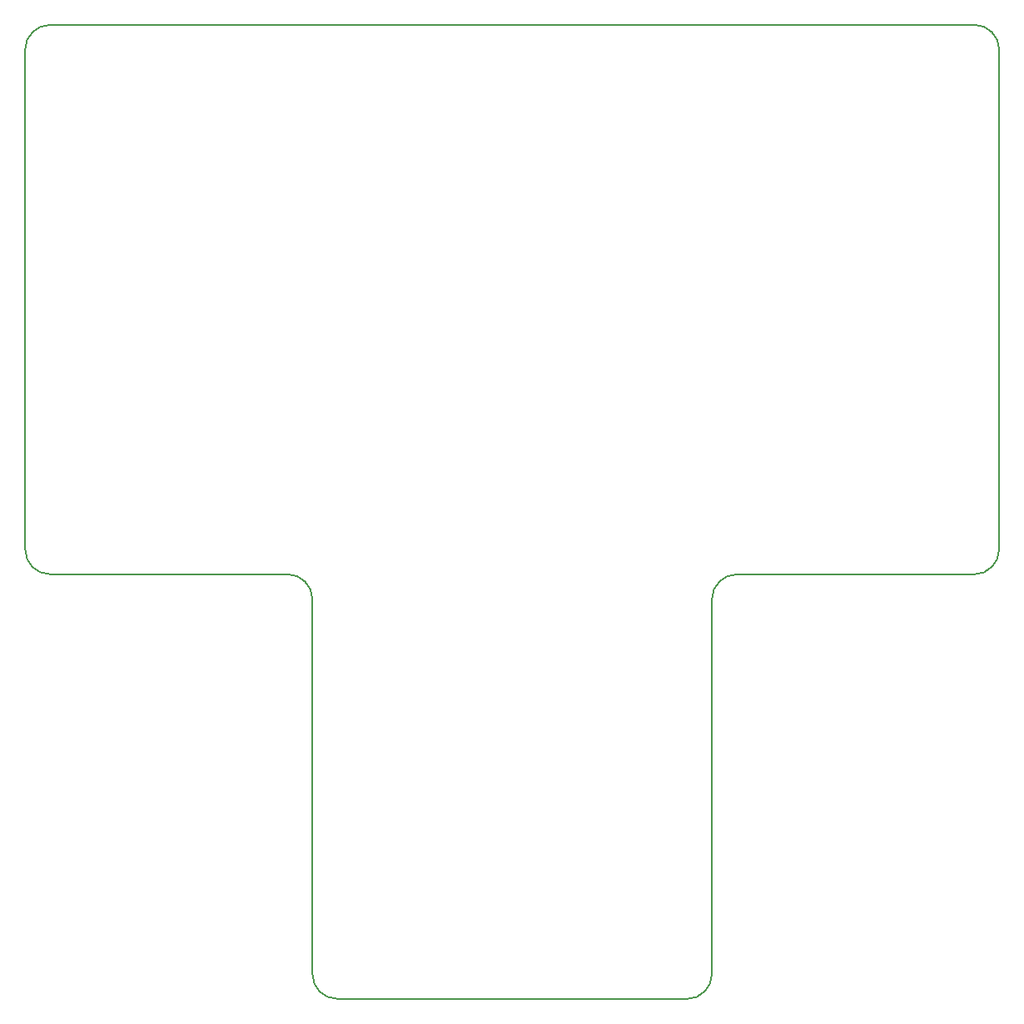
<source format=gbr>
G04 #@! TF.GenerationSoftware,KiCad,Pcbnew,(5.1.5)-3*
G04 #@! TF.CreationDate,2020-07-18T15:31:23-05:00*
G04 #@! TF.ProjectId,Miasma_Main_smd,4d696173-6d61-45f4-9d61-696e5f736d64,rev?*
G04 #@! TF.SameCoordinates,Original*
G04 #@! TF.FileFunction,Profile,NP*
%FSLAX46Y46*%
G04 Gerber Fmt 4.6, Leading zero omitted, Abs format (unit mm)*
G04 Created by KiCad (PCBNEW (5.1.5)-3) date 2020-07-18 15:31:23*
%MOMM*%
%LPD*%
G04 APERTURE LIST*
%ADD10C,0.150000*%
G04 APERTURE END LIST*
D10*
X124460000Y-105410000D02*
X124460000Y-143510000D01*
X97790000Y-102870000D02*
X121920000Y-102870000D01*
X95250000Y-100330000D02*
X95250000Y-49530000D01*
X95250000Y-100330000D02*
G75*
G03X97790000Y-102870000I2540000J0D01*
G01*
X124460000Y-105410000D02*
G75*
G03X121920000Y-102870000I-2540000J0D01*
G01*
X165100000Y-105410000D02*
X165100000Y-143510000D01*
X191770000Y-102870000D02*
X167640000Y-102870000D01*
X194310000Y-100330000D02*
X194310000Y-49530000D01*
X167640000Y-102870000D02*
G75*
G03X165100000Y-105410000I0J-2540000D01*
G01*
X191770000Y-102870000D02*
G75*
G03X194310000Y-100330000I0J2540000D01*
G01*
X127000000Y-146050000D02*
X162560000Y-146050000D01*
X124460000Y-143510000D02*
G75*
G03X127000000Y-146050000I2540000J0D01*
G01*
X162560000Y-146050000D02*
G75*
G03X165100000Y-143510000I0J2540000D01*
G01*
X194310000Y-49530000D02*
G75*
G03X191770000Y-46990000I-2540000J0D01*
G01*
X97790000Y-46990000D02*
X191770000Y-46990000D01*
X97790000Y-46990000D02*
G75*
G03X95250000Y-49530000I0J-2540000D01*
G01*
M02*

</source>
